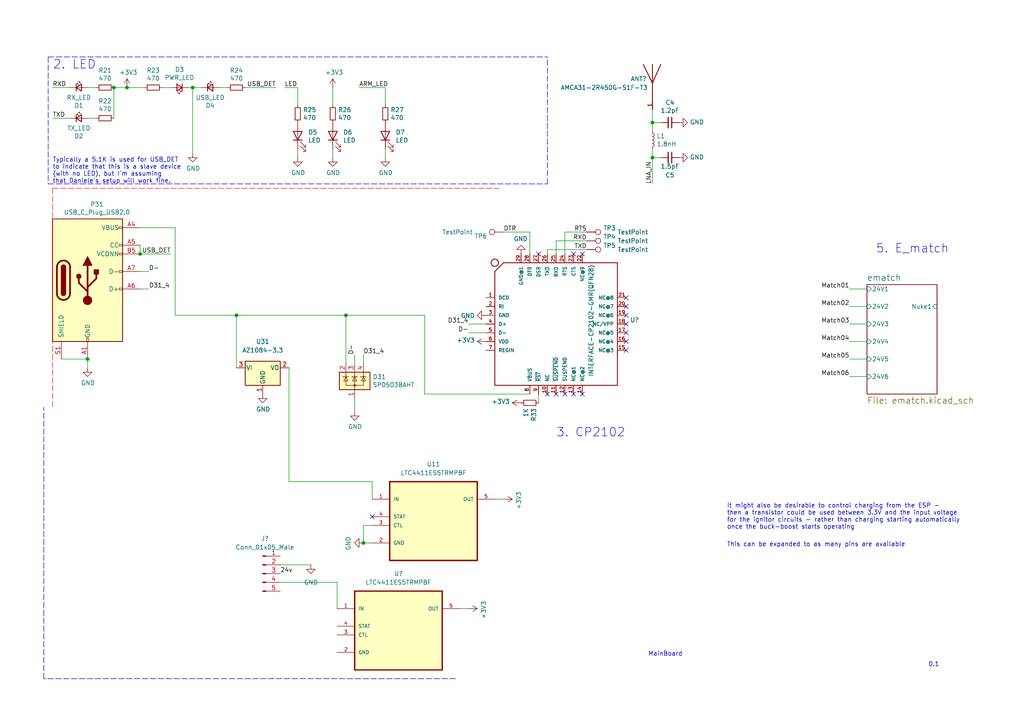
<source format=kicad_sch>
(kicad_sch (version 20211123) (generator eeschema)
  (paper "A4")
  (lib_symbols
    (symbol "Connector:Conn_01x05_Male" (pin_names (offset 1.016) hide)
      (property "Reference" "J" (at 0 7.62 0))
      (property "Value" "Conn_01x05_Male" (at 0 -7.62 0))
      (symbol "Conn_01x05_Male_1_1"
        (polyline (pts (xy 1.27 -5.08) (xy 0.8636 -5.08)) (stroke (width 0.1524)))
        (polyline (pts (xy 1.27 -2.54) (xy 0.8636 -2.54)) (stroke (width 0.1524)))
        (polyline (pts (xy 1.27 0) (xy 0.8636 0)) (stroke (width 0.1524)))
        (polyline (pts (xy 1.27 2.54) (xy 0.8636 2.54)) (stroke (width 0.1524)))
        (polyline (pts (xy 1.27 5.08) (xy 0.8636 5.08)) (stroke (width 0.1524)))
        (rectangle (start 0.8636 -4.953) (end 0 -5.207) (stroke (width 0.1524)) (fill (type outline)))
        (rectangle (start 0.8636 -2.413) (end 0 -2.667) (stroke (width 0.1524)) (fill (type outline)))
        (rectangle (start 0.8636 0.127) (end 0 -0.127) (stroke (width 0.1524)) (fill (type outline)))
        (rectangle (start 0.8636 2.667) (end 0 2.413) (stroke (width 0.1524)) (fill (type outline)))
        (rectangle (start 0.8636 5.207) (end 0 4.953) (stroke (width 0.1524)) (fill (type outline)))
        (pin passive line (at 5.08 5.08 180) (length 3.81) (name "Pin_1") (number "1"))
        (pin passive line (at 5.08 2.54 180) (length 3.81) (name "Pin_2") (number "2"))
        (pin passive line (at 5.08 0 180) (length 3.81) (name "Pin_3") (number "3"))
        (pin passive line (at 5.08 -2.54 180) (length 3.81) (name "Pin_4") (number "4"))
        (pin passive line (at 5.08 -5.08 180) (length 3.81) (name "Pin_5") (number "5"))
      )
    )
    (symbol "Connector:TestPoint" (pin_numbers hide) (pin_names (offset 0.762) hide)
      (property "Reference" "TP" (at 0 6.858 0))
      (property "Value" "TestPoint" (at 0 5.08 0))
      (symbol "TestPoint_0_1"
        (circle (center 0 3.302) (radius 0.762))
      )
      (symbol "TestPoint_1_1"
        (pin passive line (at 0 0 90) (length 2.54) (name "1") (number "1"))
      )
    )
    (symbol "Device:C_Small" (pin_numbers hide) (pin_names (offset 0.254) hide)
      (property "Reference" "C" (at 0.254 1.778 0))
      (property "Value" "C_Small" (at 0.254 -2.032 0))
      (symbol "C_Small_0_1"
        (polyline (pts (xy -1.524 -0.508) (xy 1.524 -0.508)) (stroke (width 0.3302)))
        (polyline (pts (xy -1.524 0.508) (xy 1.524 0.508)) (stroke (width 0.3048)))
      )
      (symbol "C_Small_1_1"
        (pin passive line (at 0 2.54 270) (length 2.032) (name "~") (number "1"))
        (pin passive line (at 0 -2.54 90) (length 2.032) (name "~") (number "2"))
      )
    )
    (symbol "Device:LED" (pin_numbers hide) (pin_names (offset 1.016) hide)
      (property "Reference" "D" (at 0 2.54 0))
      (property "Value" "LED" (at 0 -2.54 0))
      (symbol "LED_0_1"
        (polyline (pts (xy -1.27 -1.27) (xy -1.27 1.27)) (stroke (width 0.254)))
        (polyline (pts (xy -1.27 0) (xy 1.27 0)))
        (polyline (pts (xy 1.27 -1.27) (xy 1.27 1.27) (xy -1.27 0) (xy 1.27 -1.27)) (stroke (width 0.254)))
        (polyline (pts (xy -3.048 -0.762) (xy -4.572 -2.286) (xy -3.81 -2.286) (xy -4.572 -2.286) (xy -4.572 -1.524)))
        (polyline (pts (xy -1.778 -0.762) (xy -3.302 -2.286) (xy -2.54 -2.286) (xy -3.302 -2.286) (xy -3.302 -1.524)))
      )
      (symbol "LED_1_1"
        (pin passive line (at -3.81 0 0) (length 2.54) (name "K") (number "1"))
        (pin passive line (at 3.81 0 180) (length 2.54) (name "A") (number "2"))
      )
    )
    (symbol "Device:LED_Small" (pin_numbers hide) (pin_names (offset 0.254) hide)
      (property "Reference" "D" (at -1.27 3.175 0))
      (property "Value" "LED_Small" (at -4.445 -2.54 0))
      (symbol "LED_Small_0_1"
        (polyline (pts (xy -0.762 -1.016) (xy -0.762 1.016)) (stroke (width 0.254)))
        (polyline (pts (xy 1.016 0) (xy -0.762 0)))
        (polyline (pts (xy 0.762 -1.016) (xy -0.762 0) (xy 0.762 1.016) (xy 0.762 -1.016)) (stroke (width 0.254)))
        (polyline (pts (xy 0 0.762) (xy -0.508 1.27) (xy -0.254 1.27) (xy -0.508 1.27) (xy -0.508 1.016)))
        (polyline (pts (xy 0.508 1.27) (xy 0 1.778) (xy 0.254 1.778) (xy 0 1.778) (xy 0 1.524)))
      )
      (symbol "LED_Small_1_1"
        (pin passive line (at -2.54 0 0) (length 1.778) (name "K") (number "1"))
        (pin passive line (at 2.54 0 180) (length 1.778) (name "A") (number "2"))
      )
    )
    (symbol "Device:L_Small" (pin_numbers hide) (pin_names (offset 0.254) hide)
      (property "Reference" "L" (at 0.762 1.016 0))
      (property "Value" "L_Small" (at 0.762 -1.016 0))
      (symbol "L_Small_0_1"
        (arc (start 0 -2.032) (mid 0.508 -1.524) (end 0 -1.016))
        (arc (start 0 -1.016) (mid 0.508 -0.508) (end 0 0))
        (arc (start 0 0) (mid 0.508 0.508) (end 0 1.016))
        (arc (start 0 1.016) (mid 0.508 1.524) (end 0 2.032))
      )
      (symbol "L_Small_1_1"
        (pin passive line (at 0 2.54 270) (length 0.508) (name "~") (number "1"))
        (pin passive line (at 0 -2.54 90) (length 0.508) (name "~") (number "2"))
      )
    )
    (symbol "Device:R_Small" (pin_numbers hide) (pin_names (offset 0.254) hide)
      (property "Reference" "R" (at 0.762 0.508 0))
      (property "Value" "R_Small" (at 0.762 -1.016 0))
      (symbol "R_Small_0_1"
        (rectangle (start -0.762 1.778) (end 0.762 -1.778) (stroke (width 0.2032)))
      )
      (symbol "R_Small_1_1"
        (pin passive line (at 0 2.54 270) (length 0.762) (name "~") (number "1"))
        (pin passive line (at 0 -2.54 90) (length 0.762) (name "~") (number "2"))
      )
    )
    (symbol "LTC4411ES5TRMPBF:LTC4411ES5TRMPBF" (pin_names (offset 1.016))
      (property "Reference" "U" (at -4.2926 10.3124 0))
      (property "Value" "LTC4411ES5TRMPBF" (at -5.9436 -19.6088 0))
      (symbol "LTC4411ES5TRMPBF_0_0"
        (rectangle (start -12.7 -15.24) (end 12.7 7.62) (stroke (width 0.4064)) (fill (type background)))
        (pin input line (at -17.78 2.54 0) (length 5.08) (name "IN") (number "1"))
        (pin passive line (at -17.78 -10.16 0) (length 5.08) (name "GND") (number "2"))
        (pin passive line (at -17.78 -5.08 0) (length 5.08) (name "CTL") (number "3"))
        (pin passive line (at -17.78 -2.54 0) (length 5.08) (name "STAT") (number "4"))
        (pin output line (at 17.78 2.54 180) (length 5.08) (name "OUT") (number "5"))
      )
    )
    (symbol "Mainboard-rescue:+3.3V-Mainboard-cache" (power) (pin_names (offset 0))
      (property "Value" "+3.3V-Mainboard-cache" (at 0 3.556 0))
      (symbol "+3.3V-Mainboard-cache_0_1"
        (polyline (pts (xy -0.762 1.27) (xy 0 2.54)))
        (polyline (pts (xy 0 0) (xy 0 2.54)))
        (polyline (pts (xy 0 2.54) (xy 0.762 1.27)))
      )
      (symbol "+3.3V-Mainboard-cache_1_1"
        (pin power_in line (at 0 0 90) (length 0) hide (name "+3V3") (number "1"))
      )
    )
    (symbol "Mainboard-rescue:AMCA31-2R450G-S1F-T3-AMCA31-2R450G-S1F-T3" (pin_names (offset 1.016) hide)
      (property "Reference" "ANT" (at 2.794 5.842 0))
      (property "Value" "AMCA31-2R450G-S1F-T3-AMCA31-2R450G-S1F-T3" (at 2.667 3.81 0))
      (symbol "AMCA31-2R450G-S1F-T3-AMCA31-2R450G-S1F-T3_0_0"
        (polyline (pts (xy 0 2.54) (xy -2.667 8.001)) (stroke (width 0.254)))
        (polyline (pts (xy 0 2.54) (xy 0 -5.08)) (stroke (width 0.254)))
        (polyline (pts (xy 0 8.001) (xy 0 2.54)) (stroke (width 0.254)))
        (polyline (pts (xy 2.413 8.001) (xy 0 2.54)) (stroke (width 0.254)))
        (pin input line (at 0 -5.08 90) (length 2.54) (name "~") (number "1"))
      )
    )
    (symbol "Mainboard-rescue:INTERFACE-CP2102-GMR(QFN28)-iclr" (pin_names (offset 1.016))
      (property "Reference" "U" (at -17.8054 20.3454 0))
      (property "Value" "INTERFACE-CP2102-GMR(QFN28)-iclr" (at -17.78 -17.78 0))
      (symbol "INTERFACE-CP2102-GMR(QFN28)-iclr_0_0"
        (circle (center -17.78 17.78) (radius 1.0668) (stroke (width 0.254)))
        (polyline (pts (xy -17.78 -17.78) (xy -17.78 15.24)) (stroke (width 0.254)))
        (polyline (pts (xy -17.78 15.24) (xy -15.24 17.78)) (stroke (width 0.254)))
        (polyline (pts (xy -15.24 17.78) (xy 17.78 17.78)) (stroke (width 0.254)))
        (polyline (pts (xy 17.78 -17.78) (xy -17.78 -17.78)) (stroke (width 0.254)))
        (polyline (pts (xy 17.78 17.78) (xy 17.78 -17.78)) (stroke (width 0.254)))
        (pin bidirectional line (at -20.32 7.62 0) (length 2.54) (name "DCD") (number "1"))
        (pin bidirectional line (at -2.54 -20.32 90) (length 2.54) (name "NC") (number "10"))
        (pin bidirectional line (at 0 -20.32 90) (length 2.54) (name "~{SUSPEND}") (number "11"))
        (pin bidirectional line (at 2.54 -20.32 90) (length 2.54) (name "SUSPEND") (number "12"))
        (pin bidirectional line (at 5.08 -20.32 90) (length 2.54) (name "NC@1") (number "13"))
        (pin bidirectional line (at 7.62 -20.32 90) (length 2.54) (name "NC@2") (number "14"))
        (pin bidirectional line (at 20.32 -7.62 180) (length 2.54) (name "NC@3") (number "15"))
        (pin bidirectional line (at 20.32 -5.08 180) (length 2.54) (name "NC@4") (number "16"))
        (pin bidirectional line (at 20.32 -2.54 180) (length 2.54) (name "NC@5") (number "17"))
        (pin bidirectional line (at 20.32 0 180) (length 2.54) (name "NC/VPP") (number "18"))
        (pin bidirectional line (at 20.32 2.54 180) (length 2.54) (name "NC@6") (number "19"))
        (pin bidirectional line (at -20.32 5.08 0) (length 2.54) (name "RI") (number "2"))
        (pin bidirectional line (at 20.32 5.08 180) (length 2.54) (name "NC@7") (number "20"))
        (pin bidirectional line (at 20.32 7.62 180) (length 2.54) (name "NC@8") (number "21"))
        (pin bidirectional line (at 7.62 20.32 270) (length 2.54) (name "NC@9") (number "22"))
        (pin bidirectional line (at 5.08 20.32 270) (length 2.54) (name "CTS") (number "23"))
        (pin bidirectional line (at 2.54 20.32 270) (length 2.54) (name "RTS") (number "24"))
        (pin bidirectional line (at 0 20.32 270) (length 2.54) (name "RXD") (number "25"))
        (pin bidirectional line (at -2.54 20.32 270) (length 2.54) (name "TXD") (number "26"))
        (pin bidirectional line (at -5.08 20.32 270) (length 2.54) (name "DSR") (number "27"))
        (pin bidirectional line (at -7.62 20.32 270) (length 2.54) (name "DTR") (number "28"))
        (pin bidirectional line (at -10.16 20.32 270) (length 2.54) (name "GND@1") (number "29"))
        (pin bidirectional line (at -20.32 2.54 0) (length 2.54) (name "GND") (number "3"))
        (pin bidirectional line (at -20.32 0 0) (length 2.54) (name "D+") (number "4"))
        (pin bidirectional line (at -20.32 -2.54 0) (length 2.54) (name "D-") (number "5"))
        (pin bidirectional line (at -20.32 -5.08 0) (length 2.54) (name "VDD") (number "6"))
        (pin bidirectional line (at -20.32 -7.62 0) (length 2.54) (name "REGIN") (number "7"))
        (pin bidirectional line (at -7.62 -20.32 90) (length 2.54) (name "VBUS") (number "8"))
        (pin bidirectional line (at -5.08 -20.32 90) (length 2.54) (name "~{RST}") (number "9"))
      )
    )
    (symbol "Mainboard-rescue:USB_C_Plug_USB2.0-Connector" (pin_names (offset 1.016))
      (property "Reference" "P" (at -10.16 19.05 0))
      (property "Value" "USB_C_Plug_USB2.0-Connector" (at 12.7 19.05 0))
      (symbol "USB_C_Plug_USB2.0-Connector_0_0"
        (rectangle (start -0.254 -17.78) (end 0.254 -16.764))
        (rectangle (start 10.16 -2.286) (end 9.144 -2.794))
        (rectangle (start 10.16 2.794) (end 9.144 2.286))
        (rectangle (start 10.16 7.874) (end 9.144 7.366))
        (rectangle (start 10.16 10.414) (end 9.144 9.906))
        (rectangle (start 10.16 15.494) (end 9.144 14.986))
      )
      (symbol "USB_C_Plug_USB2.0-Connector_0_1"
        (rectangle (start -10.16 17.78) (end 10.16 -17.78) (stroke (width 0.254)) (fill (type background)))
        (arc (start -8.89 -3.81) (mid -6.985 -5.715) (end -5.08 -3.81) (stroke (width 0.508)))
        (arc (start -7.62 -3.81) (mid -6.985 -4.445) (end -6.35 -3.81) (stroke (width 0.254)))
        (arc (start -7.62 -3.81) (mid -6.985 -4.445) (end -6.35 -3.81) (stroke (width 0.254)) (fill (type outline)))
        (rectangle (start -7.62 -3.81) (end -6.35 3.81) (stroke (width 0.254)) (fill (type outline)))
        (arc (start -6.35 3.81) (mid -6.985 4.445) (end -7.62 3.81) (stroke (width 0.254)))
        (arc (start -6.35 3.81) (mid -6.985 4.445) (end -7.62 3.81) (stroke (width 0.254)) (fill (type outline)))
        (arc (start -5.08 3.81) (mid -6.985 5.715) (end -8.89 3.81) (stroke (width 0.508)))
        (circle (center -2.54 1.143) (radius 0.635) (stroke (width 0.254)) (fill (type outline)))
        (circle (center 0 -5.842) (radius 1.27) (fill (type outline)))
        (polyline (pts (xy -8.89 -3.81) (xy -8.89 3.81)) (stroke (width 0.508)))
        (polyline (pts (xy -5.08 3.81) (xy -5.08 -3.81)) (stroke (width 0.508)))
        (polyline (pts (xy 0 -5.842) (xy 0 4.318)) (stroke (width 0.508)))
        (polyline (pts (xy 0 -3.302) (xy -2.54 -0.762) (xy -2.54 0.508)) (stroke (width 0.508)))
        (polyline (pts (xy 0 -2.032) (xy 2.54 0.508) (xy 2.54 1.778)) (stroke (width 0.508)))
        (polyline (pts (xy -1.27 4.318) (xy 0 6.858) (xy 1.27 4.318) (xy -1.27 4.318)) (stroke (width 0.254)) (fill (type outline)))
        (rectangle (start 1.905 1.778) (end 3.175 3.048) (stroke (width 0.254)) (fill (type outline)))
      )
      (symbol "USB_C_Plug_USB2.0-Connector_1_1"
        (pin power_in line (at 0 -22.86 90) (length 5.08) (name "GND") (number "A1"))
        (pin passive line (at 0 -22.86 90) (length 5.08) hide (name "GND") (number "A12"))
        (pin power_in line (at 15.24 15.24 180) (length 5.08) (name "VBUS") (number "A4"))
        (pin bidirectional line (at 15.24 10.16 180) (length 5.08) (name "CC") (number "A5"))
        (pin bidirectional line (at 15.24 -2.54 180) (length 5.08) (name "D+") (number "A6"))
        (pin bidirectional line (at 15.24 2.54 180) (length 5.08) (name "D-") (number "A7"))
        (pin passive line (at 15.24 15.24 180) (length 5.08) hide (name "VBUS") (number "A9"))
        (pin passive line (at 0 -22.86 90) (length 5.08) hide (name "GND") (number "B1"))
        (pin passive line (at 0 -22.86 90) (length 5.08) hide (name "GND") (number "B12"))
        (pin passive line (at 15.24 15.24 180) (length 5.08) hide (name "VBUS") (number "B4"))
        (pin bidirectional line (at 15.24 7.62 180) (length 5.08) (name "VCONN") (number "B5"))
        (pin passive line (at 15.24 15.24 180) (length 5.08) hide (name "VBUS") (number "B9"))
        (pin passive line (at -7.62 -22.86 90) (length 5.08) (name "SHIELD") (number "S1"))
      )
    )
    (symbol "Power_Protection:SP0503BAHT" (pin_names hide)
      (property "Reference" "D" (at 5.715 2.54 0))
      (property "Value" "SP0503BAHT" (at 5.715 0.635 0))
      (symbol "SP0503BAHT_0_0"
        (pin passive line (at 0 -5.08 90) (length 2.54) (name "A") (number "1"))
      )
      (symbol "SP0503BAHT_0_1"
        (rectangle (start -4.445 2.54) (end 4.445 -2.54) (stroke (width 0.254)) (fill (type background)))
        (circle (center 0 -1.27) (radius 0.254) (fill (type outline)))
        (polyline (pts (xy -2.54 2.54) (xy -2.54 1.27)))
        (polyline (pts (xy 0 -1.27) (xy 0 -2.54)))
        (polyline (pts (xy 0 -1.27) (xy 0 1.27)))
        (polyline (pts (xy 0 2.54) (xy 0 1.27)))
        (polyline (pts (xy 0.635 1.27) (xy 0.762 1.27)))
        (polyline (pts (xy 2.54 2.54) (xy 2.54 1.27)))
        (polyline (pts (xy 0.635 1.27) (xy -0.762 1.27) (xy -0.762 1.016)))
        (polyline (pts (xy -3.302 1.016) (xy -3.302 1.27) (xy -1.905 1.27) (xy -1.778 1.27)))
        (polyline (pts (xy -2.54 1.27) (xy -2.54 -1.27) (xy 2.54 -1.27) (xy 2.54 1.27)))
        (polyline (pts (xy -2.54 1.27) (xy -1.905 0) (xy -3.175 0) (xy -2.54 1.27)))
        (polyline (pts (xy 0.635 0) (xy -0.635 0) (xy 0 1.27) (xy 0.635 0)))
        (polyline (pts (xy 1.778 1.016) (xy 1.778 1.27) (xy 3.175 1.27) (xy 3.302 1.27)))
        (polyline (pts (xy 2.54 1.27) (xy 1.905 0) (xy 3.175 0) (xy 2.54 1.27)))
      )
      (symbol "SP0503BAHT_1_1"
        (pin passive line (at -2.54 5.08 270) (length 2.54) (name "K") (number "2"))
        (pin passive line (at 0 5.08 270) (length 2.54) (name "K") (number "3"))
        (pin passive line (at 2.54 5.08 270) (length 2.54) (name "K") (number "4"))
      )
    )
    (symbol "Regulator_Linear:AZ1084-3.3" (pin_names (offset 0.254))
      (property "Reference" "U" (at -3.81 3.175 0))
      (property "Value" "AZ1084-3.3" (at 0 3.175 0))
      (symbol "AZ1084-3.3_0_1"
        (rectangle (start -5.08 1.905) (end 5.08 -5.08) (stroke (width 0.254)) (fill (type background)))
      )
      (symbol "AZ1084-3.3_1_1"
        (pin power_in line (at 0 -7.62 90) (length 2.54) (name "GND") (number "1"))
        (pin power_out line (at 7.62 0 180) (length 2.54) (name "VO") (number "2"))
        (pin power_in line (at -7.62 0 0) (length 2.54) (name "VI") (number "3"))
      )
    )
    (symbol "analogue-cache:+3.3V" (power) (pin_names (offset 0))
      (property "Value" "+3.3V" (at 0 3.556 0))
      (symbol "+3.3V_0_1"
        (polyline (pts (xy -0.762 1.27) (xy 0 2.54)))
        (polyline (pts (xy 0 0) (xy 0 2.54)))
        (polyline (pts (xy 0 2.54) (xy 0.762 1.27)))
      )
      (symbol "+3.3V_1_1"
        (pin power_in line (at 0 0 90) (length 0) hide (name "+3V3") (number "1"))
      )
    )
    (symbol "power:+3.3V" (power) (pin_names (offset 0))
      (property "Value" "+3.3V" (at 0 3.556 0))
      (symbol "+3.3V_0_1"
        (polyline (pts (xy -0.762 1.27) (xy 0 2.54)))
        (polyline (pts (xy 0 0) (xy 0 2.54)))
        (polyline (pts (xy 0 2.54) (xy 0.762 1.27)))
      )
      (symbol "+3.3V_1_1"
        (pin power_in line (at 0 0 90) (length 0) hide (name "+3V3") (number "1"))
      )
    )
    (symbol "power:GND" (power) (pin_names (offset 0))
      (property "Value" "GND" (at 0 -3.81 0))
      (symbol "GND_0_1"
        (polyline (pts (xy 0 0) (xy 0 -1.27) (xy 1.27 -1.27) (xy 0 -2.54) (xy -1.27 -1.27) (xy 0 -1.27)))
      )
      (symbol "GND_1_1"
        (pin power_in line (at 0 0 270) (length 0) hide (name "GND") (number "1"))
      )
    )
  )
  (junction (at 25.4 104.14))
  (junction (at 33.02 25.4))
  (junction (at 189.23 35.56))
  (junction (at 68.58 91.44))
  (junction (at 105.41 157.48))
  (junction (at 189.23 45.72))
  (junction (at 100.33 91.44))
  (junction (at 55.88 25.4))
  (junction (at 36.83 25.4))
  (junction (at 40.64 73.66))
  (no_connect (at 181.61 101.6))
  (no_connect (at 181.61 93.98))
  (no_connect (at 168.91 114.3))
  (no_connect (at 181.61 96.52))
  (no_connect (at 166.37 114.3))
  (no_connect (at 158.75 114.3))
  (no_connect (at 181.61 88.9))
  (no_connect (at 163.83 114.3))
  (no_connect (at 161.29 114.3))
  (no_connect (at 156.21 73.66))
  (no_connect (at 168.91 73.66))
  (no_connect (at 181.61 99.06))
  (no_connect (at 181.61 86.36))
  (no_connect (at 166.37 73.66))
  (no_connect (at 107.95 149.86))
  (no_connect (at 181.61 91.44))
  (wire (pts (xy 102.87 102.87) (xy 102.87 105.41)))
  (wire (pts (xy 63.5 25.4) (xy 66.04 25.4)))
  (wire (pts (xy 135.89 96.52) (xy 140.97 96.52)))
  (wire (pts (xy 83.82 139.7) (xy 107.95 139.7)))
  (wire (pts (xy 143.51 144.78) (xy 146.05 144.78)))
  (wire (pts (xy 50.8 66.04) (xy 50.8 91.44)))
  (wire (pts (xy 123.19 114.3) (xy 153.67 114.3)))
  (wire (pts (xy 246.38 83.82) (xy 251.46 83.82)))
  (wire (pts (xy 36.83 25.4) (xy 41.91 25.4)))
  (wire (pts (xy 135.89 93.98) (xy 140.97 93.98)))
  (wire (pts (xy 105.41 102.87) (xy 105.41 105.41)))
  (wire (pts (xy 107.95 139.7) (xy 107.95 144.78)))
  (wire (pts (xy 153.67 67.31) (xy 153.67 73.66)))
  (wire (pts (xy 15.24 34.29) (xy 20.32 34.29)))
  (wire (pts (xy 133.35 176.53) (xy 135.89 176.53)))
  (polyline (pts (xy 15.24 54.61) (xy 144.78 54.61)) (stroke (width 0) (color 255 0 0 1)))
  (wire (pts (xy 50.8 91.44) (xy 68.58 91.44)))
  (wire (pts (xy 189.23 31.75) (xy 189.23 35.56)))
  (polyline (pts (xy 13.97 16.51) (xy 13.97 53.34)))
  (wire (pts (xy 104.14 25.4) (xy 111.76 25.4)))
  (polyline (pts (xy 13.97 16.51) (xy 158.75 16.51)))
  (wire (pts (xy 246.38 88.9) (xy 251.46 88.9)))
  (wire (pts (xy 111.76 45.72) (xy 111.76 43.18)))
  (wire (pts (xy 33.02 25.4) (xy 33.02 34.29)))
  (wire (pts (xy 40.64 66.04) (xy 50.8 66.04)))
  (wire (pts (xy 102.87 115.57) (xy 102.87 119.38)))
  (wire (pts (xy 123.19 91.44) (xy 100.33 91.44)))
  (polyline (pts (xy 15.24 54.61) (xy 15.24 118.11)) (stroke (width 0) (color 255 0 0 1)))
  (wire (pts (xy 163.83 67.31) (xy 170.18 67.31)))
  (wire (pts (xy 96.52 25.4) (xy 96.52 30.48)))
  (wire (pts (xy 96.52 45.72) (xy 96.52 43.18)))
  (wire (pts (xy 25.4 106.68) (xy 25.4 104.14)))
  (wire (pts (xy 46.99 25.4) (xy 49.53 25.4)))
  (wire (pts (xy 58.42 25.4) (xy 55.88 25.4)))
  (wire (pts (xy 40.64 83.82) (xy 43.18 83.82)))
  (polyline (pts (xy 132.08 196.85) (xy 12.7 196.85)))
  (wire (pts (xy 189.23 35.56) (xy 189.23 38.1)))
  (wire (pts (xy 246.38 99.06) (xy 251.46 99.06)))
  (wire (pts (xy 111.76 25.4) (xy 111.76 30.48)))
  (polyline (pts (xy 13.97 53.34) (xy 158.75 53.34)))
  (wire (pts (xy 246.38 104.14) (xy 251.46 104.14)))
  (wire (pts (xy 161.29 69.85) (xy 170.18 69.85)))
  (wire (pts (xy 246.38 93.98) (xy 251.46 93.98)))
  (wire (pts (xy 86.36 45.72) (xy 86.36 43.18)))
  (wire (pts (xy 123.19 114.3) (xy 123.19 91.44)))
  (wire (pts (xy 55.88 25.4) (xy 54.61 25.4)))
  (wire (pts (xy 189.23 43.18) (xy 189.23 45.72)))
  (wire (pts (xy 83.82 106.68) (xy 83.82 139.7)))
  (polyline (pts (xy 12.7 196.85) (xy 12.7 118.11)))
  (wire (pts (xy 80.01 25.4) (xy 71.12 25.4)))
  (wire (pts (xy 105.41 152.4) (xy 107.95 152.4)))
  (wire (pts (xy 68.58 91.44) (xy 68.58 106.68)))
  (wire (pts (xy 86.36 25.4) (xy 86.36 30.48)))
  (wire (pts (xy 15.24 25.4) (xy 20.32 25.4)))
  (wire (pts (xy 40.64 73.66) (xy 49.53 73.66)))
  (wire (pts (xy 191.77 35.56) (xy 189.23 35.56)))
  (wire (pts (xy 68.58 91.44) (xy 100.33 91.44)))
  (wire (pts (xy 97.79 168.91) (xy 97.79 176.53)))
  (wire (pts (xy 153.67 67.31) (xy 146.05 67.31)))
  (wire (pts (xy 246.38 109.22) (xy 251.46 109.22)))
  (wire (pts (xy 55.88 25.4) (xy 55.88 44.45)))
  (wire (pts (xy 163.83 73.66) (xy 163.83 67.31)))
  (wire (pts (xy 17.78 104.14) (xy 25.4 104.14)))
  (wire (pts (xy 189.23 45.72) (xy 191.77 45.72)))
  (wire (pts (xy 158.75 72.39) (xy 170.18 72.39)))
  (wire (pts (xy 156.21 114.3) (xy 156.21 116.84)))
  (wire (pts (xy 25.4 25.4) (xy 27.94 25.4)))
  (wire (pts (xy 105.41 152.4) (xy 105.41 157.48)))
  (wire (pts (xy 81.28 163.83) (xy 90.17 163.83)))
  (wire (pts (xy 25.4 34.29) (xy 27.94 34.29)))
  (wire (pts (xy 40.64 71.12) (xy 40.64 73.66)))
  (wire (pts (xy 33.02 25.4) (xy 36.83 25.4)))
  (wire (pts (xy 82.55 25.4) (xy 86.36 25.4)))
  (wire (pts (xy 81.28 168.91) (xy 97.79 168.91)))
  (wire (pts (xy 189.23 53.34) (xy 189.23 45.72)))
  (wire (pts (xy 158.75 73.66) (xy 158.75 72.39)))
  (polyline (pts (xy 158.75 53.34) (xy 158.75 16.51)))
  (wire (pts (xy 40.64 78.74) (xy 43.18 78.74)))
  (wire (pts (xy 161.29 69.85) (xy 161.29 73.66)))
  (wire (pts (xy 100.33 91.44) (xy 100.33 105.41)))
  (wire (pts (xy 105.41 157.48) (xy 107.95 157.48)))
  (text "5. E_match" (at 254 73.66 0) (effects (font (size 2.5 2.5)) (justify left bottom)))
  (text "2. LED" (at 27.94 20.32 180) (effects (font (size 2.54 2.54)) (justify right bottom)))
  (text "3. CP2102" (at 161.29 127 0) (effects (font (size 2.4892 2.4892)) (justify left bottom)))
  (text "It might also be desirable to control charging from the ESP - \nthen a transistor could be used between 3.3V and the input voltage \nfor the ignitor circuits - rather than charging starting automatically \nonce the buck-boost starts operating\n" (at 210.82 153.67 0) (effects (font (size 1.27 1.27)) (justify left bottom)))
  (text "Typically a 5.1K is used for USB_DET\nto indicate that this is a slave device\n(with no LED), but I'm assuming \nthat Daniele's setup will work fine." (at 15.24 53.34 0) (effects (font (size 1.27 1.27)) (justify left bottom)))
  (text "This can be expanded to as many pins are available" (at 210.82 158.75 0) (effects (font (size 1.27 1.27)) (justify left bottom)))
  (text "0.1\n\n" (at 269.24 195.58 0) (effects (font (size 1.27 1.27)) (justify left bottom)))
  (text "MainBoard\n" (at 187.96 190.5 0) (effects (font (size 1.27 1.27)) (justify left bottom)))
  (label "ARM_LED" (at 104.14 25.4 0))
  (label "TXD" (at 15.24 34.29 0))
  (label "Match02" (at 246.38 88.9 180))
  (label "DTR" (at 146.05 67.31 0))
  (label "D-" (at 102.87 102.87 90))
  (label "Match05" (at 246.38 104.14 180))
  (label "LNA_IN" (at 189.23 53.34 90))
  (label "D31_4" (at 135.89 93.98 180))
  (label "Match04" (at 246.38 99.06 180))
  (label "D-" (at 135.89 96.52 180))
  (label "D31_4" (at 105.41 102.87 0))
  (label "Match03" (at 246.38 93.98 180))
  (label "RXD" (at 15.24 25.4 0))
  (label "24v" (at 81.28 166.37 0))
  (label "Match01" (at 246.38 83.82 180))
  (label "RTS" (at 170.18 67.31 180))
  (label "USB_DET" (at 49.53 73.66 180))
  (label "RXD" (at 170.18 69.85 180))
  (label "USB_DET" (at 80.01 25.4 180))
  (label "D31_4" (at 43.18 83.82 0))
  (label "TXD" (at 170.18 72.39 180))
  (label "LED" (at 82.55 25.4 0))
  (label "Match06" (at 246.38 109.22 180))
  (label "D-" (at 43.18 78.74 0))
  (symbol (lib_id "power:GND") (at 25.4 106.68 0) (unit 1)
    (property "Reference" "#PWR01" (effects hide))
    (property "Value" "GND" (at 25.527 111.0742 0))
  )
  (symbol (lib_id "Device:LED_Small") (at 22.86 34.29 0) (unit 1)
    (property "Reference" "D2" (at 22.86 39.497 0))
    (property "Value" "TX_LED" (at 22.86 37.1856 0))
    (property "Footprint" "LED_SMD:LED_0603_1608Metric_Castellated" (effects hide))
  )
  (symbol (lib_id "Device:LED_Small") (at 22.86 25.4 0) (unit 1)
    (property "Reference" "D1" (at 22.86 30.607 0))
    (property "Value" "RX_LED" (at 22.86 28.2956 0))
    (property "Footprint" "LED_SMD:LED_0603_1608Metric_Castellated" (effects hide))
  )
  (symbol (lib_id "Device:R_Small") (at 30.48 25.4 270) (unit 1)
    (property "Reference" "R21" (at 30.48 20.4216 90))
    (property "Value" "470" (at 30.48 22.733 90))
    (property "Footprint" "Resistor_SMD:R_0603_1608Metric" (effects hide))
  )
  (symbol (lib_id "Device:R_Small") (at 30.48 34.29 270) (unit 1)
    (property "Reference" "R22" (at 30.48 29.3116 90))
    (property "Value" "470" (at 30.48 31.623 90))
    (property "Footprint" "Resistor_SMD:R_0603_1608Metric" (effects hide))
  )
  (symbol (lib_id "power:GND") (at 55.88 44.45 0) (unit 1)
    (property "Reference" "#PWR012" (effects hide))
    (property "Value" "GND" (at 56.007 48.8442 0))
  )
  (symbol (lib_id "Device:R_Small") (at 153.67 116.84 270) (unit 1)
    (property "Reference" "R33" (at 154.8384 118.3386 0) (effects (justify left)))
    (property "Value" "1K" (at 152.527 118.3386 0) (effects (justify left)))
    (property "Footprint" "Resistor_SMD:R_0603_1608Metric" (effects hide))
  )
  (symbol (lib_id "power:+3.3V") (at 36.83 25.4 0) (unit 1)
    (property "Reference" "#PWR011" (effects hide))
    (property "Value" "+3.3V" (at 37.211 21.0058 0))
  )
  (symbol (lib_id "Device:LED_Small") (at 52.07 25.4 180) (unit 1)
    (property "Reference" "D3" (at 52.07 20.193 0))
    (property "Value" "PWR_LED" (at 52.07 22.5044 0))
    (property "Footprint" "LED_SMD:LED_0603_1608Metric_Castellated" (effects hide))
  )
  (symbol (lib_id "Device:R_Small") (at 44.45 25.4 270) (unit 1)
    (property "Reference" "R23" (at 44.45 20.4216 90))
    (property "Value" "470" (at 44.45 22.733 90))
    (property "Footprint" "Resistor_SMD:R_0603_1608Metric" (effects hide))
  )
  (symbol (lib_id "Device:LED_Small") (at 60.96 25.4 0) (unit 1)
    (property "Reference" "D4" (at 60.96 30.607 0))
    (property "Value" "USB_LED" (at 60.96 28.2956 0))
    (property "Footprint" "LED_SMD:LED_0603_1608Metric_Castellated" (effects hide))
  )
  (symbol (lib_id "Device:R_Small") (at 68.58 25.4 270) (unit 1)
    (property "Reference" "R24" (at 68.58 20.4216 90))
    (property "Value" "470" (at 68.58 22.733 90))
    (property "Footprint" "Resistor_SMD:R_0603_1608Metric" (effects hide))
  )
  (symbol (lib_id "Connector:TestPoint") (at 170.18 67.31 270) (unit 1)
    (property "Reference" "TP3" (at 174.9552 66.1416 90) (effects (justify left)))
    (property "Value" "TestPoint" (at 179.07 67.31 90) (effects (justify left)))
    (property "Footprint" "TestPoint:TestPoint_THTPad_1.0x1.0mm_Drill0.5mm" (effects hide))
  )
  (symbol (lib_id "Connector:TestPoint") (at 170.18 69.85 270) (unit 1)
    (property "Reference" "TP4" (at 174.9552 68.6816 90) (effects (justify left)))
    (property "Value" "TestPoint" (at 179.07 69.85 90) (effects (justify left)))
    (property "Footprint" "TestPoint:TestPoint_THTPad_1.0x1.0mm_Drill0.5mm" (effects hide))
  )
  (symbol (lib_id "Connector:TestPoint") (at 170.18 72.39 270) (unit 1)
    (property "Reference" "TP5" (at 174.9552 71.2216 90) (effects (justify left)))
    (property "Value" "TestPoint" (at 179.07 72.39 90) (effects (justify left)))
    (property "Footprint" "TestPoint:TestPoint_THTPad_1.0x1.0mm_Drill0.5mm" (effects hide))
  )
  (symbol (lib_id "Connector:TestPoint") (at 146.05 67.31 90) (unit 1)
    (property "Reference" "TP6" (at 141.2748 68.4784 90) (effects (justify left)))
    (property "Value" "TestPoint" (at 137.16 67.31 90) (effects (justify left)))
    (property "Footprint" "TestPoint:TestPoint_THTPad_1.0x1.0mm_Drill0.5mm" (effects hide))
  )
  (symbol (lib_id "Mainboard-rescue:USB_C_Plug_USB2.0-Connector") (at 25.4 81.28 0) (unit 1)
    (property "Reference" "P31" (at 28.1178 59.2582 0))
    (property "Value" "USB_C_Plug_USB2.0" (at 28.1178 61.5696 0))
    (property "Datasheet" "https://www.usb.org/sites/default/files/documents/usb_type-c.zip" (effects hide))
  )
  (symbol (lib_id "Mainboard-rescue:INTERFACE-CP2102-GMR(QFN28)-iclr") (at 161.29 93.98 0) (unit 1)
    (property "Reference" "U?" (at 182.7276 92.8116 0) (effects (justify left)))
    (property "Value" "INTERFACE-CP2102-GMR(QFN28)" (at 171.45 109.22 90) (effects (justify left)))
    (property "Footprint" "QFN28G_0.5-5X5MM" (effects hide))
    (property "VALUE" "CP2102-GMR-QFN28" (effects hide))
    (property "MPN" "CP2102-GMR" (effects hide))
  )
  (symbol (lib_id "Mainboard-rescue:AMCA31-2R450G-S1F-T3-AMCA31-2R450G-S1F-T3") (at 189.23 26.67 0) (unit 1)
    (property "Reference" "ANT?" (at 182.88 22.86 0) (effects (justify left)))
    (property "Value" "AMCA31-2R450G-S1F-T3" (at 162.56 25.4 0) (effects (justify left)))
    (property "Footprint" "ANT_AMCA31-2R450G-S1F-T3" (effects hide))
    (property "MAXIMUM_PACKAGE_HEIGHT" "1.4mm" (effects hide))
    (property "PARTREV" "05.17.2017" (effects hide))
    (property "STANDARD" "Manufacturer Recommendation" (effects hide))
    (property "MANUFACTURER" "ABRACON" (effects hide))
  )
  (symbol (lib_id "Device:C_Small") (at 194.31 35.56 270) (unit 1)
    (property "Reference" "C4" (at 194.31 29.7434 90))
    (property "Value" "1.2pF" (at 194.31 32.0548 90))
  )
  (symbol (lib_id "Device:C_Small") (at 194.31 45.72 270) (unit 1)
    (property "Reference" "C5" (at 194.31 50.8 90))
    (property "Value" "1.5pF" (at 194.31 48.26 90))
  )
  (symbol (lib_id "Device:L_Small") (at 189.23 40.64 0) (unit 1)
    (property "Reference" "L1" (at 190.4492 39.4716 0) (effects (justify left)))
    (property "Value" "1.8nH" (at 190.4492 41.783 0) (effects (justify left)))
  )
  (symbol (lib_id "power:GND") (at 196.85 35.56 90) (unit 1)
    (property "Reference" "#PWR?" (effects hide))
    (property "Value" "GND" (at 200.1012 35.433 90) (effects (justify right)))
  )
  (symbol (lib_id "power:GND") (at 196.85 45.72 90) (unit 1)
    (property "Reference" "#PWR?" (effects hide))
    (property "Value" "GND" (at 200.1012 45.593 90) (effects (justify right)))
  )
  (symbol (lib_id "analogue-cache:+3.3V") (at 140.97 99.06 90) (unit 1)
    (property "Reference" "#PWR?" (effects hide))
    (property "Value" "+3.3V" (at 137.7188 98.679 90) (effects (justify left)))
  )
  (symbol (lib_id "power:GND") (at 140.97 91.44 270) (unit 1)
    (property "Reference" "#PWR?" (effects hide))
    (property "Value" "GND" (at 137.7188 91.567 90) (effects (justify right)))
  )
  (symbol (lib_id "power:GND") (at 151.13 73.66 180) (unit 1)
    (property "Reference" "#PWR?" (effects hide))
    (property "Value" "GND" (at 151.003 69.2658 0))
  )
  (symbol (lib_id "Device:LED") (at 111.76 39.37 90) (unit 1)
    (property "Reference" "D7" (at 114.7572 38.3794 90) (effects (justify right)))
    (property "Value" "LED" (at 114.7572 40.6908 90) (effects (justify right)))
  )
  (symbol (lib_id "Device:R_Small") (at 111.76 33.02 0) (unit 1)
    (property "Reference" "R27" (at 113.2586 31.8516 0) (effects (justify left)))
    (property "Value" "470" (at 113.2586 34.163 0) (effects (justify left)))
  )
  (symbol (lib_id "power:GND") (at 111.76 45.72 0) (unit 1)
    (property "Reference" "#PWR?" (effects hide))
    (property "Value" "GND" (at 111.887 50.1142 0))
  )
  (symbol (lib_id "analogue-cache:+3.3V") (at 151.13 116.84 90) (unit 1)
    (property "Reference" "#PWR?" (effects hide))
    (property "Value" "+3.3V" (at 147.8788 116.459 90) (effects (justify left)))
  )
  (symbol (lib_id "Device:LED") (at 86.36 39.37 90) (unit 1)
    (property "Reference" "D5" (at 89.3572 38.3794 90) (effects (justify right)))
    (property "Value" "LED" (at 89.3572 40.6908 90) (effects (justify right)))
  )
  (symbol (lib_id "Device:R_Small") (at 86.36 33.02 0) (unit 1)
    (property "Reference" "R25" (at 87.8586 31.8516 0) (effects (justify left)))
    (property "Value" "470" (at 87.8586 34.163 0) (effects (justify left)))
  )
  (symbol (lib_id "power:GND") (at 86.36 45.72 0) (unit 1)
    (property "Reference" "#PWR?" (effects hide))
    (property "Value" "GND" (at 86.487 50.1142 0))
  )
  (symbol (lib_id "Device:LED") (at 96.52 39.37 90) (unit 1)
    (property "Reference" "D6" (at 99.5172 38.3794 90) (effects (justify right)))
    (property "Value" "LED" (at 99.5172 40.6908 90) (effects (justify right)))
  )
  (symbol (lib_id "Device:R_Small") (at 96.52 33.02 0) (unit 1)
    (property "Reference" "R26" (at 98.0186 31.8516 0) (effects (justify left)))
    (property "Value" "470" (at 98.0186 34.163 0) (effects (justify left)))
  )
  (symbol (lib_id "power:GND") (at 96.52 45.72 0) (unit 1)
    (property "Reference" "#PWR?" (effects hide))
    (property "Value" "GND" (at 96.647 50.1142 0))
  )
  (symbol (lib_id "Mainboard-rescue:+3.3V-Mainboard-cache") (at 96.52 25.4 0) (unit 1)
    (property "Reference" "#PWR?" (effects hide))
    (property "Value" "+3.3V" (at 96.901 21.0058 0))
  )
  (symbol (lib_id "power:GND") (at 90.17 163.83 0) (unit 1)
    (property "Reference" "#PWR?" (effects hide))
    (property "Value" "GND" (at 90.17 168.91 0))
  )
  (symbol (lib_id "Regulator_Linear:AZ1084-3.3") (at 76.2 106.68 0) (unit 1)
    (property "Reference" "U31" (at 76.2 99.06 0))
    (property "Value" "AZ1084-3.3" (at 76.2 101.6 0))
    (property "Datasheet" "https://www.diodes.com/assets/Datasheets/AZ1084.pdf" (effects hide))
  )
  (symbol (lib_id "power:GND") (at 105.41 157.48 270) (unit 1)
    (property "Reference" "#PWR?" (effects hide))
    (property "Value" "GND" (at 101.0158 157.607 0))
  )
  (symbol (lib_id "Power_Protection:SP0503BAHT") (at 102.87 110.49 0) (unit 1)
    (property "Reference" "D31" (at 108.077 109.3216 0) (effects (justify left)))
    (property "Value" "SP0503BAHT" (at 108.077 111.633 0) (effects (justify left)))
    (property "Footprint" "Package_TO_SOT_SMD:SOT-143" (effects hide))
    (property "Datasheet" "http://www.littelfuse.com/~/media/files/littelfuse/technical%20resources/documents/data%20sheets/sp05xxba.pdf" (effects hide))
  )
  (symbol (lib_id "power:GND") (at 76.2 114.3 0) (unit 1)
    (property "Reference" "#PWR?" (effects hide))
    (property "Value" "GND" (at 76.327 118.6942 0))
  )
  (symbol (lib_id "LTC4411ES5TRMPBF:LTC4411ES5TRMPBF") (at 125.73 147.32 0) (unit 1)
    (property "Reference" "U11" (at 125.73 134.62 0))
    (property "Value" "LTC4411ES5TRMPBF" (at 125.73 137.16 0))
    (property "Footprint" "SOT95P280X100-5N" (effects hide))
    (property "OC_FARNELL" "1663916" (effects hide))
    (property "SUPPLIER" "Linear Technology" (effects hide))
    (property "MPN" "LTC4411ES5#TRMPBF" (effects hide))
    (property "PACKAGE" "SOT-23-5" (effects hide))
    (property "OC_NEWARK" "19P0726" (effects hide))
  )
  (symbol (lib_id "Connector:Conn_01x05_Male") (at 76.2 166.37 0) (unit 1)
    (property "Reference" "J?" (at 76.835 156.21 0))
    (property "Value" "Conn_01x05_Male" (at 76.835 158.75 0))
  )
  (symbol (lib_id "power:+3.3V") (at 146.05 144.78 270) (unit 1)
    (property "Reference" "#PWR?" (effects hide))
    (property "Value" "+3.3V" (at 150.4442 145.161 0))
  )
  (symbol (lib_id "power:GND") (at 102.87 119.38 0) (unit 1)
    (property "Reference" "#PWR?" (effects hide))
    (property "Value" "GND" (at 102.997 123.7742 0))
  )
  (symbol (lib_id "power:+3.3V") (at 135.89 176.53 270) (unit 1)
    (property "Reference" "#PWR?" (effects hide))
    (property "Value" "+3.3V" (at 140.2842 176.911 0))
  )
  (symbol (lib_id "LTC4411ES5TRMPBF:LTC4411ES5TRMPBF") (at 115.57 179.07 0) (unit 1)
    (property "Reference" "U?" (at 115.57 166.37 0))
    (property "Value" "LTC4411ES5TRMPBF" (at 115.57 168.91 0))
    (property "Footprint" "SOT95P280X100-5N" (effects hide))
    (property "OC_FARNELL" "1663916" (effects hide))
    (property "SUPPLIER" "Linear Technology" (effects hide))
    (property "MPN" "LTC4411ES5#TRMPBF" (effects hide))
    (property "PACKAGE" "SOT-23-5" (effects hide))
    (property "OC_NEWARK" "19P0726" (effects hide))
  )
  (sheet (at 251.46 82.55) (size 20.32 31.75)
    (property "Sheet name" "ematch" (at 251.46 81.5717 0) (effects (font (size 1.8034 1.8034)) (justify left bottom)))
    (property "Sheet file" "ematch.kicad_sch" (at 251.46 115.098 0) (effects (font (size 1.8034 1.8034)) (justify left top)))
    (pin "24V2" input (at 251.46 88.9 180))
    (pin "24V1" input (at 251.46 83.82 180))
    (pin "24V4" input (at 251.46 99.06 180))
    (pin "24V6" input (at 251.46 109.22 180))
    (pin "24V3" input (at 251.46 93.98 180))
    (pin "24V5" input (at 251.46 104.14 180))
    (pin "Nuke1" input (at 271.78 88.9 0))
  )
)
</source>
